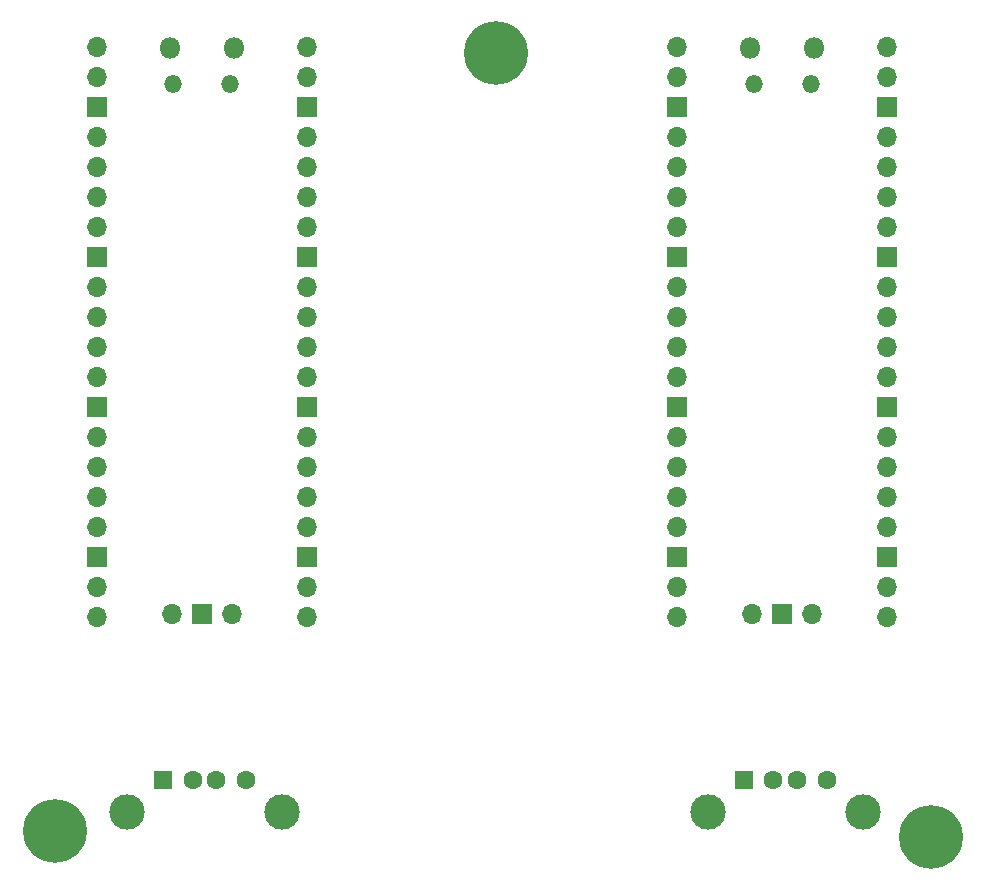
<source format=gbs>
%TF.GenerationSoftware,KiCad,Pcbnew,8.0.4*%
%TF.CreationDate,2024-10-03T12:24:39+05:30*%
%TF.ProjectId,DeskHop_Rev1,4465736b-486f-4705-9f52-6576312e6b69,rev?*%
%TF.SameCoordinates,Original*%
%TF.FileFunction,Soldermask,Bot*%
%TF.FilePolarity,Negative*%
%FSLAX46Y46*%
G04 Gerber Fmt 4.6, Leading zero omitted, Abs format (unit mm)*
G04 Created by KiCad (PCBNEW 8.0.4) date 2024-10-03 12:24:39*
%MOMM*%
%LPD*%
G01*
G04 APERTURE LIST*
%ADD10C,3.100000*%
%ADD11C,5.400000*%
%ADD12O,1.800000X1.800000*%
%ADD13O,1.500000X1.500000*%
%ADD14O,1.700000X1.700000*%
%ADD15R,1.700000X1.700000*%
%ADD16R,1.600000X1.500000*%
%ADD17C,1.600000*%
%ADD18C,3.000000*%
G04 APERTURE END LIST*
D10*
%TO.C,H3*%
X177759000Y-113331033D03*
D11*
X177759000Y-113331033D03*
%TD*%
D12*
%TO.C,U6*%
X162439721Y-46556033D03*
D13*
X162739721Y-49586033D03*
X167589721Y-49586033D03*
D12*
X167889721Y-46556033D03*
D14*
X156274721Y-46426033D03*
X156274721Y-48966033D03*
D15*
X156274721Y-51506033D03*
D14*
X156274721Y-54046033D03*
X156274721Y-56586033D03*
X156274721Y-59126033D03*
X156274721Y-61666033D03*
D15*
X156274721Y-64206033D03*
D14*
X156274721Y-66746033D03*
X156274721Y-69286033D03*
X156274721Y-71826033D03*
X156274721Y-74366033D03*
D15*
X156274721Y-76906033D03*
D14*
X156274721Y-79446033D03*
X156274721Y-81986033D03*
X156274721Y-84526033D03*
X156274721Y-87066033D03*
D15*
X156274721Y-89606033D03*
D14*
X156274721Y-92146033D03*
X156274721Y-94686033D03*
X174054721Y-94686033D03*
X174054721Y-92146033D03*
D15*
X174054721Y-89606033D03*
D14*
X174054721Y-87066033D03*
X174054721Y-84526033D03*
X174054721Y-81986033D03*
X174054721Y-79446033D03*
D15*
X174054721Y-76906033D03*
D14*
X174054721Y-74366033D03*
X174054721Y-71826033D03*
X174054721Y-69286033D03*
X174054721Y-66746033D03*
D15*
X174054721Y-64206033D03*
D14*
X174054721Y-61666033D03*
X174054721Y-59126033D03*
X174054721Y-56586033D03*
X174054721Y-54046033D03*
D15*
X174054721Y-51506033D03*
D14*
X174054721Y-48966033D03*
X174054721Y-46426033D03*
X162624721Y-94456033D03*
D15*
X165164721Y-94456033D03*
D14*
X167704721Y-94456033D03*
%TD*%
%TO.C,U2*%
X118547747Y-94456033D03*
D15*
X116007747Y-94456033D03*
D14*
X113467747Y-94456033D03*
X124897747Y-46426033D03*
X124897747Y-48966033D03*
D15*
X124897747Y-51506033D03*
D14*
X124897747Y-54046033D03*
X124897747Y-56586033D03*
X124897747Y-59126033D03*
X124897747Y-61666033D03*
D15*
X124897747Y-64206033D03*
D14*
X124897747Y-66746033D03*
X124897747Y-69286033D03*
X124897747Y-71826033D03*
X124897747Y-74366033D03*
D15*
X124897747Y-76906033D03*
D14*
X124897747Y-79446033D03*
X124897747Y-81986033D03*
X124897747Y-84526033D03*
X124897747Y-87066033D03*
D15*
X124897747Y-89606033D03*
D14*
X124897747Y-92146033D03*
X124897747Y-94686033D03*
X107117747Y-94686033D03*
X107117747Y-92146033D03*
D15*
X107117747Y-89606033D03*
D14*
X107117747Y-87066033D03*
X107117747Y-84526033D03*
X107117747Y-81986033D03*
X107117747Y-79446033D03*
D15*
X107117747Y-76906033D03*
D14*
X107117747Y-74366033D03*
X107117747Y-71826033D03*
X107117747Y-69286033D03*
X107117747Y-66746033D03*
D15*
X107117747Y-64206033D03*
D14*
X107117747Y-61666033D03*
X107117747Y-59126033D03*
X107117747Y-56586033D03*
X107117747Y-54046033D03*
D15*
X107117747Y-51506033D03*
D14*
X107117747Y-48966033D03*
X107117747Y-46426033D03*
D12*
X118732747Y-46556033D03*
D13*
X118432747Y-49586033D03*
X113582747Y-49586033D03*
D12*
X113282747Y-46556033D03*
%TD*%
D16*
%TO.C,J1*%
X161915974Y-108494033D03*
D17*
X164415974Y-108494033D03*
X166415974Y-108494033D03*
X168915974Y-108494033D03*
D18*
X158845974Y-111204033D03*
X171985974Y-111204033D03*
%TD*%
D10*
%TO.C,H1*%
X140909000Y-46981033D03*
D11*
X140909000Y-46981033D03*
%TD*%
D18*
%TO.C,J4*%
X122829000Y-111204033D03*
X109689000Y-111204033D03*
D17*
X119759000Y-108494033D03*
X117259000Y-108494033D03*
X115259000Y-108494033D03*
D16*
X112759000Y-108494033D03*
%TD*%
D10*
%TO.C,H2*%
X103619000Y-112851033D03*
D11*
X103619000Y-112851033D03*
%TD*%
M02*

</source>
